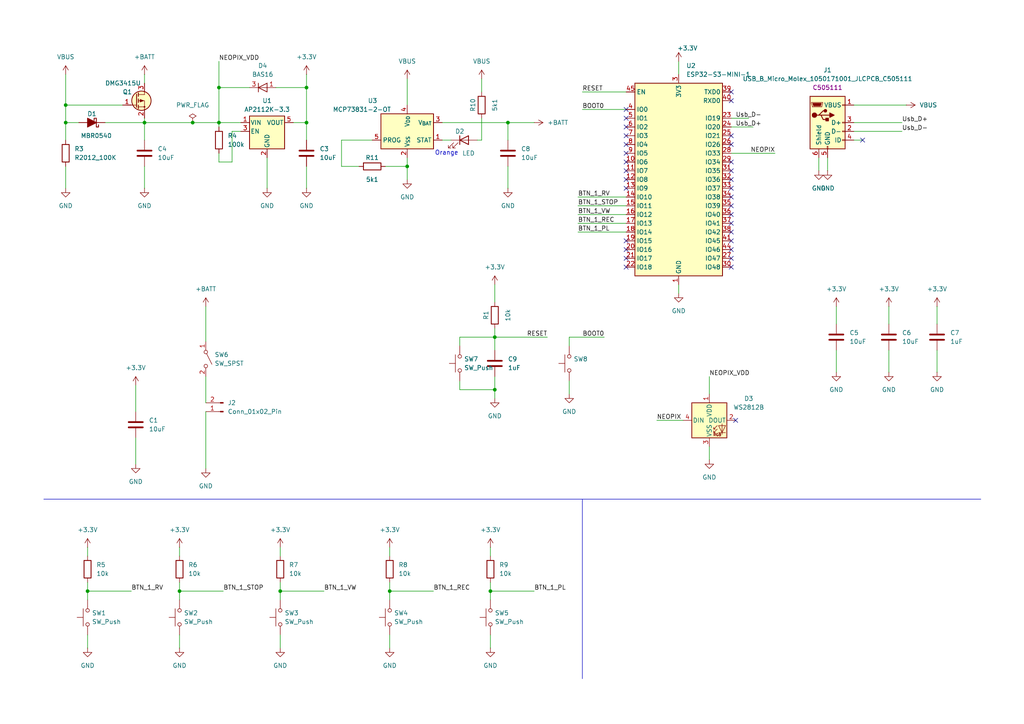
<source format=kicad_sch>
(kicad_sch (version 20231120) (generator "eeschema") (generator_version "8.0")
  (paper "A4")
  (title_block (title "Little_Helper") (date "2024-05-26") (rev "1"))
  (lib_symbols
    (symbol "Battery_Management:MCP73831-2-OT"
      (property "Reference" "U" (at -7.62 6.35 0))
      (property "Value" "MCP73831-2-OT" (at 1.27 6.35 0))
      (symbol "MCP73831-2-OT_0_1"
        (rectangle (start -7.62 5.08) (end 7.62 -5.08) (stroke (width 0.254)) (fill (type background)))
      )
      (symbol "MCP73831-2-OT_1_1"
        (pin tri_state line (at 10.16 -2.54 180) (length 2.54) (name "STAT") (number "1"))
        (pin power_in line (at 0 -7.62 90) (length 2.54) (name "V_{SS}") (number "2"))
        (pin power_out line (at 10.16 2.54 180) (length 2.54) (name "V_{BAT}") (number "3"))
        (pin power_in line (at 0 7.62 270) (length 2.54) (name "V_{DD}") (number "4"))
        (pin input line (at -10.16 -2.54 0) (length 2.54) (name "PROG") (number "5"))
      )
    )
    (symbol "Connector:Conn_01x02_Pin" (pin_names (offset 1.016) hide)
      (property "Reference" "J" (at 0 2.54 0))
      (property "Value" "Conn_01x02_Pin" (at 0 -5.08 0))
      (symbol "Conn_01x02_Pin_1_1"
        (polyline (pts (xy 1.27 -2.54) (xy 0.8636 -2.54)) (stroke (width 0.1524)))
        (polyline (pts (xy 1.27 0) (xy 0.8636 0)) (stroke (width 0.1524)))
        (rectangle (start 0.8636 -2.413) (end 0 -2.667) (stroke (width 0.1524)) (fill (type outline)))
        (rectangle (start 0.8636 0.127) (end 0 -0.127) (stroke (width 0.1524)) (fill (type outline)))
        (pin passive line (at 5.08 0 180) (length 3.81) (name "Pin_1") (number "1"))
        (pin passive line (at 5.08 -2.54 180) (length 3.81) (name "Pin_2") (number "2"))
      )
    )
    (symbol "Connector_USB_WOLKE:USB_B_Micro_Molex_1050171001_JLCPCB_C505111" (pin_names (offset 1.016))
      (property "Reference" "J" (at -5.08 11.43 0))
      (property "Value" "USB_B_Micro_Molex_1050171001_JLCPCB_C505111" (at -5.08 8.89 0))
      (property "LCSC Part #" "C505111" (at 0 0 0))
      (symbol "USB_B_Micro_Molex_1050171001_JLCPCB_C505111_0_1"
        (rectangle (start -5.08 7.62) (end 5.08 -7.62) (stroke (width 0.254)) (fill (type background)))
        (circle (center -3.81 2.159) (radius 0.635) (stroke (width 0.254)) (fill (type outline)))
        (circle (center -0.635 3.429) (radius 0.381) (stroke (width 0.254)) (fill (type outline)))
        (rectangle (start -0.127 -7.62) (end 0.127 -6.858))
        (polyline (pts (xy -1.905 2.159) (xy 0.635 2.159)) (stroke (width 0.254)))
        (polyline (pts (xy -3.175 2.159) (xy -2.54 2.159) (xy -1.27 3.429) (xy -0.635 3.429)) (stroke (width 0.254)))
        (polyline (pts (xy -2.54 2.159) (xy -1.905 2.159) (xy -1.27 0.889) (xy 0 0.889)) (stroke (width 0.254)))
        (polyline (pts (xy 0.635 2.794) (xy 0.635 1.524) (xy 1.905 2.159) (xy 0.635 2.794)) (stroke (width 0.254)) (fill (type outline)))
        (polyline (pts (xy -4.318 5.588) (xy -1.778 5.588) (xy -2.032 4.826) (xy -4.064 4.826) (xy -4.318 5.588)) (fill (type outline)))
        (polyline (pts (xy -4.699 5.842) (xy -4.699 5.588) (xy -4.445 4.826) (xy -4.445 4.572) (xy -1.651 4.572) (xy -1.651 4.826) (xy -1.397 5.588) (xy -1.397 5.842) (xy -4.699 5.842)))
        (rectangle (start 0.254 1.27) (end -0.508 0.508) (stroke (width 0.254)) (fill (type outline)))
        (rectangle (start 5.08 -5.207) (end 4.318 -4.953))
        (rectangle (start 5.08 -2.667) (end 4.318 -2.413))
        (rectangle (start 5.08 -0.127) (end 4.318 0.127))
        (rectangle (start 5.08 4.953) (end 4.318 5.207))
      )
      (symbol "USB_B_Micro_Molex_1050171001_JLCPCB_C505111_1_1"
        (pin power_out line (at 7.62 5.08 180) (length 2.54) (name "VBUS") (number "1"))
        (pin bidirectional line (at 7.62 -2.54 180) (length 2.54) (name "D-") (number "2"))
        (pin bidirectional line (at 7.62 0 180) (length 2.54) (name "D+") (number "3"))
        (pin passive line (at 7.62 -5.08 180) (length 2.54) (name "ID") (number "4"))
        (pin power_out line (at 0 -10.16 90) (length 2.54) (name "GND") (number "5"))
        (pin passive line (at -2.54 -10.16 90) (length 2.54) (name "Shield") (number "6"))
      )
    )
    (symbol "Device:LED" (pin_numbers hide) (pin_names (offset 1.016) hide)
      (property "Reference" "D" (at 0 2.54 0))
      (property "Value" "LED" (at 0 -2.54 0))
      (symbol "LED_0_1"
        (polyline (pts (xy -1.27 -1.27) (xy -1.27 1.27)) (stroke (width 0.254)))
        (polyline (pts (xy -1.27 0) (xy 1.27 0)))
        (polyline (pts (xy 1.27 -1.27) (xy 1.27 1.27) (xy -1.27 0) (xy 1.27 -1.27)) (stroke (width 0.254)))
        (polyline (pts (xy -3.048 -0.762) (xy -4.572 -2.286) (xy -3.81 -2.286) (xy -4.572 -2.286) (xy -4.572 -1.524)))
        (polyline (pts (xy -1.778 -0.762) (xy -3.302 -2.286) (xy -2.54 -2.286) (xy -3.302 -2.286) (xy -3.302 -1.524)))
      )
      (symbol "LED_1_1"
        (pin passive line (at -3.81 0 0) (length 2.54) (name "K") (number "1"))
        (pin passive line (at 3.81 0 180) (length 2.54) (name "A") (number "2"))
      )
    )
    (symbol "Device:R" (pin_numbers hide) (pin_names (offset 0))
      (property "Reference" "R" (at 2.032 0 90))
      (property "Value" "R" (at 0 0 90))
      (symbol "R_0_1"
        (rectangle (start -1.016 -2.54) (end 1.016 2.54) (stroke (width 0.254)))
      )
      (symbol "R_1_1"
        (pin passive line (at 0 3.81 270) (length 1.27) (name "~") (number "1"))
        (pin passive line (at 0 -3.81 90) (length 1.27) (name "~") (number "2"))
      )
    )
    (symbol "LED:WS2812B" (pin_names (offset 0.254))
      (property "Reference" "D" (at 5.08 5.715 0))
      (property "Value" "WS2812B" (at 1.27 -5.715 0))
      (symbol "WS2812B_0_0"
        (text "RGB" (at 2.286 -4.191 0) (effects (font (size 0.762 0.762))))
      )
      (symbol "WS2812B_0_1"
        (polyline (pts (xy 1.27 -3.556) (xy 1.778 -3.556)))
        (polyline (pts (xy 1.27 -2.54) (xy 1.778 -2.54)))
        (polyline (pts (xy 4.699 -3.556) (xy 2.667 -3.556)))
        (polyline (pts (xy 2.286 -2.54) (xy 1.27 -3.556) (xy 1.27 -3.048)))
        (polyline (pts (xy 2.286 -1.524) (xy 1.27 -2.54) (xy 1.27 -2.032)))
        (polyline (pts (xy 3.683 -1.016) (xy 3.683 -3.556) (xy 3.683 -4.064)))
        (polyline (pts (xy 4.699 -1.524) (xy 2.667 -1.524) (xy 3.683 -3.556) (xy 4.699 -1.524)))
        (rectangle (start 5.08 5.08) (end -5.08 -5.08) (stroke (width 0.254)) (fill (type background)))
      )
      (symbol "WS2812B_1_1"
        (pin power_in line (at 0 7.62 270) (length 2.54) (name "VDD") (number "1"))
        (pin output line (at 7.62 0 180) (length 2.54) (name "DOUT") (number "2"))
        (pin power_in line (at 0 -7.62 90) (length 2.54) (name "VSS") (number "3"))
        (pin input line (at -7.62 0 0) (length 2.54) (name "DIN") (number "4"))
      )
    )
    (symbol "PCM_Capacitor_AKL:C_0603" (pin_numbers hide) (pin_names (offset 0.254))
      (property "Reference" "C" (at 0.635 2.54 0))
      (property "Value" "C_0603" (at 0.635 -2.54 0))
      (symbol "C_0603_0_1"
        (polyline (pts (xy -2.032 -0.762) (xy 2.032 -0.762)) (stroke (width 0.508)))
        (polyline (pts (xy -2.032 0.762) (xy 2.032 0.762)) (stroke (width 0.508)))
      )
      (symbol "C_0603_1_1"
        (pin passive line (at 0 3.81 270) (length 2.794) (name "~") (number "1"))
        (pin passive line (at 0 -3.81 90) (length 2.794) (name "~") (number "2"))
      )
    )
    (symbol "PCM_Capacitor_US_AKL:C_0805" (pin_numbers hide) (pin_names (offset 0.254))
      (property "Reference" "C" (at 0.635 2.54 0))
      (property "Value" "C_0805" (at 0.635 -2.54 0))
      (symbol "C_0805_0_1"
        (polyline (pts (xy -2.032 -0.762) (xy 2.032 -0.762)) (stroke (width 0.508)))
        (polyline (pts (xy -2.032 0.762) (xy 2.032 0.762)) (stroke (width 0.508)))
      )
      (symbol "C_0805_1_1"
        (pin passive line (at 0 3.81 270) (length 2.794) (name "~") (number "1"))
        (pin passive line (at 0 -3.81 90) (length 2.794) (name "~") (number "2"))
      )
    )
    (symbol "PCM_Diode_Schottky_AKL:MBR0540" (pin_numbers hide) (pin_names (offset 1.016) hide)
      (property "Reference" "D" (at 0 5.08 0))
      (property "Value" "MBR0540" (at 0 2.54 0))
      (symbol "MBR0540_0_1"
        (polyline (pts (xy -1.27 0) (xy 1.27 0)))
        (polyline (pts (xy -1.27 -1.27) (xy -1.27 1.27) (xy 1.27 0) (xy -1.27 -1.27)) (stroke (width 0.254)) (fill (type outline)))
        (polyline (pts (xy 1.905 -0.635) (xy 1.905 -1.27) (xy 1.27 -1.27) (xy 1.27 1.27) (xy 0.635 1.27) (xy 0.635 0.635)) (stroke (width 0.254)))
      )
      (symbol "MBR0540_1_1"
        (pin passive line (at 3.81 0 180) (length 2.54) (name "K") (number "1"))
        (pin passive line (at -3.81 0 0) (length 2.54) (name "A") (number "2"))
      )
    )
    (symbol "PCM_Transistor_MOSFET_AKL:DMG3415U" (pin_names hide)
      (property "Reference" "Q" (at 5.08 1.27 0))
      (property "Value" "DMG3415U" (at 5.08 -1.27 0))
      (symbol "DMG3415U_0_1"
        (polyline (pts (xy 0.254 -1.905) (xy 0.254 1.905)) (stroke (width 0.254)))
        (polyline (pts (xy 0.254 1.27) (xy -2.54 1.27)))
        (polyline (pts (xy 0.762 -2.286) (xy 0.762 -1.27)) (stroke (width 0.254)))
        (polyline (pts (xy 0.762 -1.778) (xy 2.54 -1.778)))
        (polyline (pts (xy 0.762 -0.508) (xy 0.762 0.508)) (stroke (width 0.254)))
        (polyline (pts (xy 0.762 1.27) (xy 0.762 2.286)) (stroke (width 0.254)))
        (polyline (pts (xy 0.762 1.778) (xy 2.54 1.778)))
        (polyline (pts (xy 2.54 -2.54) (xy 2.54 -1.778)))
        (polyline (pts (xy 2.54 2.54) (xy 2.54 0) (xy 0.762 0)))
        (polyline (pts (xy 2.286 0) (xy 1.27 -0.381) (xy 1.27 0.381) (xy 2.286 0)) (fill (type outline)))
      )
      (symbol "DMG3415U_1_1"
        (circle (center 1.651 0) (radius 2.794) (stroke (width 0.254)) (fill (type background)))
        (circle (center 2.54 1.778) (radius 0.1778) (fill (type outline)))
        (pin input line (at -3.81 1.27 0) (length 2.54) (name "G") (number "1"))
        (pin passive line (at 2.54 5.08 270) (length 2.54) (name "S") (number "2"))
        (pin passive line (at 2.54 -5.08 90) (length 2.54) (name "D") (number "3"))
      )
    )
    (symbol "RF_Module:ESP32-S3-MINI-1"
      (property "Reference" "U" (at -11.43 29.21 0))
      (property "Value" "ESP32-S3-MINI-1" (at 12.7 29.21 0))
      (symbol "ESP32-S3-MINI-1_0_1"
        (rectangle (start -12.7 27.94) (end 12.7 -27.94) (stroke (width 0.254)) (fill (type background)))
      )
      (symbol "ESP32-S3-MINI-1_1_1"
        (pin power_in line (at 0 -30.48 90) (length 2.54) (name "GND") (number "1"))
        (pin bidirectional line (at -15.24 5.08 0) (length 2.54) (name "IO6") (number "10"))
        (pin bidirectional line (at -15.24 2.54 0) (length 2.54) (name "IO7") (number "11"))
        (pin bidirectional line (at -15.24 0 0) (length 2.54) (name "IO8") (number "12"))
        (pin bidirectional line (at -15.24 -2.54 0) (length 2.54) (name "IO9") (number "13"))
        (pin bidirectional line (at -15.24 -5.08 0) (length 2.54) (name "IO10") (number "14"))
        (pin bidirectional line (at -15.24 -7.62 0) (length 2.54) (name "IO11") (number "15"))
        (pin bidirectional line (at -15.24 -10.16 0) (length 2.54) (name "IO12") (number "16"))
        (pin bidirectional line (at -15.24 -12.7 0) (length 2.54) (name "IO13") (number "17"))
        (pin bidirectional line (at -15.24 -15.24 0) (length 2.54) (name "IO14") (number "18"))
        (pin bidirectional line (at -15.24 -17.78 0) (length 2.54) (name "IO15") (number "19"))
        (pin passive line (at 0 -30.48 90) (length 2.54) hide (name "GND") (number "2"))
        (pin bidirectional line (at -15.24 -20.32 0) (length 2.54) (name "IO16") (number "20"))
        (pin bidirectional line (at -15.24 -22.86 0) (length 2.54) (name "IO17") (number "21"))
        (pin bidirectional line (at -15.24 -25.4 0) (length 2.54) (name "IO18") (number "22"))
        (pin bidirectional line (at 15.24 17.78 180) (length 2.54) (name "IO19") (number "23"))
        (pin bidirectional line (at 15.24 15.24 180) (length 2.54) (name "IO20") (number "24"))
        (pin bidirectional line (at 15.24 12.7 180) (length 2.54) (name "IO21") (number "25"))
        (pin bidirectional line (at 15.24 10.16 180) (length 2.54) (name "IO26") (number "26"))
        (pin bidirectional line (at 15.24 -22.86 180) (length 2.54) (name "IO47") (number "27"))
        (pin bidirectional line (at 15.24 7.62 180) (length 2.54) (name "IO33") (number "28"))
        (pin bidirectional line (at 15.24 5.08 180) (length 2.54) (name "IO34") (number "29"))
        (pin power_in line (at 0 30.48 270) (length 2.54) (name "3V3") (number "3"))
        (pin bidirectional line (at 15.24 -25.4 180) (length 2.54) (name "IO48") (number "30"))
        (pin bidirectional line (at 15.24 2.54 180) (length 2.54) (name "IO35") (number "31"))
        (pin bidirectional line (at 15.24 0 180) (length 2.54) (name "IO36") (number "32"))
        (pin bidirectional line (at 15.24 -2.54 180) (length 2.54) (name "IO37") (number "33"))
        (pin bidirectional line (at 15.24 -5.08 180) (length 2.54) (name "IO38") (number "34"))
        (pin bidirectional line (at 15.24 -7.62 180) (length 2.54) (name "IO39") (number "35"))
        (pin bidirectional line (at 15.24 -10.16 180) (length 2.54) (name "IO40") (number "36"))
        (pin bidirectional line (at 15.24 -12.7 180) (length 2.54) (name "IO41") (number "37"))
        (pin bidirectional line (at 15.24 -15.24 180) (length 2.54) (name "IO42") (number "38"))
        (pin bidirectional line (at 15.24 25.4 180) (length 2.54) (name "TXD0") (number "39"))
        (pin bidirectional line (at -15.24 20.32 0) (length 2.54) (name "IO0") (number "4"))
        (pin bidirectional line (at 15.24 22.86 180) (length 2.54) (name "RXD0") (number "40"))
        (pin bidirectional line (at 15.24 -17.78 180) (length 2.54) (name "IO45") (number "41"))
        (pin passive line (at 0 -30.48 90) (length 2.54) hide (name "GND") (number "42"))
        (pin passive line (at 0 -30.48 90) (length 2.54) hide (name "GND") (number "43"))
        (pin bidirectional line (at 15.24 -20.32 180) (length 2.54) (name "IO46") (number "44"))
        (pin input line (at -15.24 25.4 0) (length 2.54) (name "EN") (number "45"))
        (pin passive line (at 0 -30.48 90) (length 2.54) hide (name "GND") (number "46"))
        (pin passive line (at 0 -30.48 90) (length 2.54) hide (name "GND") (number "47"))
        (pin passive line (at 0 -30.48 90) (length 2.54) hide (name "GND") (number "48"))
        (pin passive line (at 0 -30.48 90) (length 2.54) hide (name "GND") (number "49"))
        (pin bidirectional line (at -15.24 17.78 0) (length 2.54) (name "IO1") (number "5"))
        (pin passive line (at 0 -30.48 90) (length 2.54) hide (name "GND") (number "50"))
        (pin passive line (at 0 -30.48 90) (length 2.54) hide (name "GND") (number "51"))
        (pin passive line (at 0 -30.48 90) (length 2.54) hide (name "GND") (number "52"))
        (pin passive line (at 0 -30.48 90) (length 2.54) hide (name "GND") (number "53"))
        (pin passive line (at 0 -30.48 90) (length 2.54) hide (name "GND") (number "54"))
        (pin passive line (at 0 -30.48 90) (length 2.54) hide (name "GND") (number "55"))
        (pin passive line (at 0 -30.48 90) (length 2.54) hide (name "GND") (number "56"))
        (pin passive line (at 0 -30.48 90) (length 2.54) hide (name "GND") (number "57"))
        (pin passive line (at 0 -30.48 90) (length 2.54) hide (name "GND") (number "58"))
        (pin passive line (at 0 -30.48 90) (length 2.54) hide (name "GND") (number "59"))
        (pin bidirectional line (at -15.24 15.24 0) (length 2.54) (name "IO2") (number "6"))
        (pin passive line (at 0 -30.48 90) (length 2.54) hide (name "GND") (number "60"))
        (pin passive line (at 0 -30.48 90) (length 2.54) hide (name "GND") (number "61"))
        (pin passive line (at 0 -30.48 90) (length 2.54) hide (name "GND") (number "62"))
        (pin passive line (at 0 -30.48 90) (length 2.54) hide (name "GND") (number "63"))
        (pin passive line (at 0 -30.48 90) (length 2.54) hide (name "GND") (number "64"))
        (pin passive line (at 0 -30.48 90) (length 2.54) hide (name "GND") (number "65"))
        (pin bidirectional line (at -15.24 12.7 0) (length 2.54) (name "IO3") (number "7"))
        (pin bidirectional line (at -15.24 10.16 0) (length 2.54) (name "IO4") (number "8"))
        (pin bidirectional line (at -15.24 7.62 0) (length 2.54) (name "IO5") (number "9"))
      )
    )
    (symbol "Regulator_Linear:AP2112K-3.3" (pin_names (offset 0.254))
      (property "Reference" "U" (at -5.08 5.715 0))
      (property "Value" "AP2112K-3.3" (at 0 5.715 0))
      (symbol "AP2112K-3.3_0_1"
        (rectangle (start -5.08 4.445) (end 5.08 -5.08) (stroke (width 0.254)) (fill (type background)))
      )
      (symbol "AP2112K-3.3_1_1"
        (pin power_in line (at -7.62 2.54 0) (length 2.54) (name "VIN") (number "1"))
        (pin power_in line (at 0 -7.62 90) (length 2.54) (name "GND") (number "2"))
        (pin input line (at -7.62 0 0) (length 2.54) (name "EN") (number "3"))
        (pin no_connect line (at 5.08 0 180) (length 2.54) hide (name "NC") (number "4"))
        (pin power_out line (at 7.62 2.54 180) (length 2.54) (name "VOUT") (number "5"))
      )
    )
    (symbol "Switch:SW_Push" (pin_numbers hide) (pin_names (offset 1.016) hide)
      (property "Reference" "SW" (at 1.27 2.54 0))
      (property "Value" "SW_Push" (at 0 -1.524 0))
      (symbol "SW_Push_0_1"
        (circle (center -2.032 0) (radius 0.508))
        (polyline (pts (xy 0 1.27) (xy 0 3.048)))
        (polyline (pts (xy 2.54 1.27) (xy -2.54 1.27)))
        (circle (center 2.032 0) (radius 0.508))
        (pin passive line (at -5.08 0 0) (length 2.54) (name "1") (number "1"))
        (pin passive line (at 5.08 0 180) (length 2.54) (name "2") (number "2"))
      )
    )
    (symbol "Switch:SW_SPST" (pin_names (offset 0) hide)
      (property "Reference" "SW" (at 0 3.175 0))
      (property "Value" "SW_SPST" (at 0 -2.54 0))
      (symbol "SW_SPST_0_0"
        (circle (center -2.032 0) (radius 0.508))
        (polyline (pts (xy -1.524 0.254) (xy 1.524 1.778)))
        (circle (center 2.032 0) (radius 0.508))
      )
      (symbol "SW_SPST_1_1"
        (pin passive line (at -5.08 0 0) (length 2.54) (name "A") (number "1"))
        (pin passive line (at 5.08 0 180) (length 2.54) (name "B") (number "2"))
      )
    )
    (symbol "ba_diode:BAS16" (pin_names (offset 1.016) hide)
      (property "Reference" "D" (at 0 2.54 0))
      (property "Value" "BAS16" (at 0 -2.54 0))
      (symbol "BAS16_0_1"
        (polyline (pts (xy -1.27 1.27) (xy -1.27 -1.27)) (stroke (width 0.2032)))
        (polyline (pts (xy 1.27 0) (xy -1.27 0)))
        (polyline (pts (xy 1.27 1.27) (xy 1.27 -1.27) (xy -1.27 0) (xy 1.27 1.27)) (stroke (width 0.2032)))
      )
      (symbol "BAS16_1_1"
        (pin passive line (at 3.81 0 180) (length 2.54) (name "A") (number "1"))
        (pin passive line (at -3.81 0 0) (length 2.54) (name "K") (number "3"))
      )
    )
    (symbol "ba_res2012:R2012_100K" (pin_numbers hide) (pin_names (offset 0))
      (property "Reference" "R" (at -2.54 0 90))
      (property "Value" "R2012_100K" (at 2.54 0 90))
      (symbol "R2012_100K_0_1"
        (rectangle (start -1.016 -2.54) (end 1.016 2.54) (stroke (width 0.254)))
      )
      (symbol "R2012_100K_1_1"
        (pin passive line (at 0 3.81 270) (length 1.27) (name "~") (number "1"))
        (pin passive line (at 0 -3.81 90) (length 1.27) (name "~") (number "2"))
      )
    )
    (symbol "power:+3.3V" (power) (pin_numbers hide) (pin_names (offset 0) hide)
      (property "Value" "+3.3V" (at 0 3.556 0))
      (symbol "+3.3V_0_1"
        (polyline (pts (xy -0.762 1.27) (xy 0 2.54)))
        (polyline (pts (xy 0 0) (xy 0 2.54)))
        (polyline (pts (xy 0 2.54) (xy 0.762 1.27)))
      )
      (symbol "+3.3V_1_1"
        (pin power_in line (at 0 0 90) (length 0) (name "~") (number "1"))
      )
    )
    (symbol "power:+BATT" (power) (pin_numbers hide) (pin_names (offset 0) hide)
      (property "Value" "+BATT" (at 0 3.556 0))
      (symbol "+BATT_0_1"
        (polyline (pts (xy -0.762 1.27) (xy 0 2.54)))
        (polyline (pts (xy 0 0) (xy 0 2.54)))
        (polyline (pts (xy 0 2.54) (xy 0.762 1.27)))
      )
      (symbol "+BATT_1_1"
        (pin power_in line (at 0 0 90) (length 0) (name "~") (number "1"))
      )
    )
    (symbol "power:GND" (power) (pin_numbers hide) (pin_names (offset 0) hide)
      (property "Value" "GND" (at 0 -3.81 0))
      (symbol "GND_0_1"
        (polyline (pts (xy 0 0) (xy 0 -1.27) (xy 1.27 -1.27) (xy 0 -2.54) (xy -1.27 -1.27) (xy 0 -1.27)))
      )
      (symbol "GND_1_1"
        (pin power_in line (at 0 0 270) (length 0) (name "~") (number "1"))
      )
    )
    (symbol "power:PWR_FLAG" (power) (pin_numbers hide) (pin_names (offset 0) hide)
      (property "Value" "PWR_FLAG" (at 0 3.81 0))
      (symbol "PWR_FLAG_0_0"
        (pin power_out line (at 0 0 90) (length 0) (name "~") (number "1"))
      )
      (symbol "PWR_FLAG_0_1"
        (polyline (pts (xy 0 0) (xy 0 1.27) (xy -1.016 1.905) (xy 0 2.54) (xy 1.016 1.905) (xy 0 1.27)))
      )
    )
    (symbol "power:VBUS" (power) (pin_numbers hide) (pin_names (offset 0) hide)
      (property "Value" "VBUS" (at 0 3.556 0))
      (symbol "VBUS_0_1"
        (polyline (pts (xy -0.762 1.27) (xy 0 2.54)))
        (polyline (pts (xy 0 0) (xy 0 2.54)))
        (polyline (pts (xy 0 2.54) (xy 0.762 1.27)))
      )
      (symbol "VBUS_1_1"
        (pin power_in line (at 0 0 90) (length 0) (name "~") (number "1"))
      )
    )
  )
  (junction (at 81.28 171.45))
  (junction (at 143.51 113.03))
  (junction (at 113.03 171.45))
  (junction (at 52.07 171.45))
  (junction (at 19.05 30.48))
  (junction (at 25.4 171.45))
  (junction (at 55.88 35.56))
  (junction (at 118.11 48.26))
  (junction (at 19.05 35.56))
  (junction (at 143.51 97.79))
  (junction (at 147.32 35.56))
  (junction (at 88.9 35.56))
  (junction (at 88.9 25.4))
  (junction (at 142.24 171.45))
  (junction (at 63.5 35.56))
  (junction (at 63.5 25.4))
  (junction (at 41.91 35.56))
  (no_connect (at 181.61 44.45))
  (no_connect (at 212.09 57.15))
  (no_connect (at 212.09 67.31))
  (no_connect (at 212.09 77.47))
  (no_connect (at 181.61 49.53))
  (no_connect (at 213.36 121.92))
  (no_connect (at 181.61 77.47))
  (no_connect (at 181.61 39.37))
  (no_connect (at 181.61 36.83))
  (no_connect (at 181.61 34.29))
  (no_connect (at 212.09 64.77))
  (no_connect (at 212.09 74.93))
  (no_connect (at 181.61 74.93))
  (no_connect (at 212.09 69.85))
  (no_connect (at 250.19 40.64))
  (no_connect (at 212.09 54.61))
  (no_connect (at 212.09 46.99))
  (no_connect (at 212.09 72.39))
  (no_connect (at 181.61 54.61))
  (no_connect (at 212.09 52.07))
  (no_connect (at 181.61 72.39))
  (no_connect (at 181.61 52.07))
  (no_connect (at 181.61 46.99))
  (no_connect (at 181.61 31.75))
  (no_connect (at 212.09 49.53))
  (no_connect (at 212.09 26.67))
  (no_connect (at 212.09 62.23))
  (no_connect (at 212.09 29.21))
  (no_connect (at 181.61 41.91))
  (no_connect (at 212.09 41.91))
  (no_connect (at 212.09 59.69))
  (no_connect (at 181.61 69.85))
  (no_connect (at 212.09 39.37))
  (wire (pts (xy 39.37 127) (xy 39.37 134.62)))
  (wire (pts (xy 128.27 40.64) (xy 130.81 40.64)))
  (wire (pts (xy 113.03 161.29) (xy 113.03 158.75)))
  (wire (pts (xy 165.1 97.79) (xy 175.26 97.79)))
  (wire (pts (xy 133.35 97.79) (xy 133.35 100.33)))
  (wire (pts (xy 59.69 109.22) (xy 59.69 116.84)))
  (wire (pts (xy 19.05 21.59) (xy 19.05 30.48)))
  (wire (pts (xy 143.51 97.79) (xy 143.51 101.6)))
  (wire (pts (xy 167.64 57.15) (xy 181.61 57.15)))
  (wire (pts (xy 212.09 44.45) (xy 224.79 44.45)))
  (wire (pts (xy 113.03 168.91) (xy 113.03 171.45)))
  (wire (pts (xy 271.78 101.6) (xy 271.78 107.95)))
  (wire (pts (xy 118.11 22.86) (xy 118.11 30.48)))
  (wire (pts (xy 52.07 161.29) (xy 52.07 158.75)))
  (wire (pts (xy 88.9 35.56) (xy 88.9 40.64)))
  (wire (pts (xy 165.1 100.33) (xy 165.1 97.79)))
  (wire (pts (xy 143.51 97.79) (xy 133.35 97.79)))
  (wire (pts (xy 142.24 171.45) (xy 142.24 173.99)))
  (wire (pts (xy 41.91 21.59) (xy 41.91 24.13)))
  (wire (pts (xy 63.5 46.99) (xy 67.31 46.99)))
  (wire (pts (xy 63.5 44.45) (xy 63.5 46.99)))
  (wire (pts (xy 81.28 161.29) (xy 81.28 158.75)))
  (wire (pts (xy 147.32 35.56) (xy 154.94 35.56)))
  (wire (pts (xy 118.11 48.26) (xy 118.11 52.07)))
  (wire (pts (xy 167.64 62.23) (xy 181.61 62.23)))
  (wire (pts (xy 52.07 168.91) (xy 52.07 171.45)))
  (wire (pts (xy 242.57 88.9) (xy 242.57 93.98)))
  (wire (pts (xy 142.24 161.29) (xy 142.24 158.75)))
  (wire (pts (xy 143.51 95.25) (xy 143.51 97.79)))
  (wire (pts (xy 247.65 40.64) (xy 250.19 40.64)))
  (wire (pts (xy 30.48 35.56) (xy 41.91 35.56)))
  (wire (pts (xy 41.91 48.26) (xy 41.91 54.61)))
  (wire (pts (xy 99.06 48.26) (xy 104.14 48.26)))
  (wire (pts (xy 118.11 45.72) (xy 118.11 48.26)))
  (wire (pts (xy 143.51 113.03) (xy 143.51 115.57)))
  (wire (pts (xy 190.5 121.92) (xy 198.12 121.92)))
  (wire (pts (xy 19.05 30.48) (xy 19.05 35.56)))
  (wire (pts (xy 77.47 45.72) (xy 77.47 54.61)))
  (wire (pts (xy 19.05 35.56) (xy 19.05 40.64)))
  (wire (pts (xy 55.88 35.56) (xy 63.5 35.56)))
  (wire (pts (xy 81.28 168.91) (xy 81.28 171.45)))
  (wire (pts (xy 111.76 48.26) (xy 118.11 48.26)))
  (wire (pts (xy 88.9 35.56) (xy 88.9 25.4)))
  (wire (pts (xy 168.91 31.75) (xy 181.61 31.75)))
  (wire (pts (xy 52.07 171.45) (xy 64.77 171.45)))
  (wire (pts (xy 143.51 97.79) (xy 158.75 97.79)))
  (wire (pts (xy 25.4 187.96) (xy 25.4 184.15)))
  (wire (pts (xy 88.9 25.4) (xy 88.9 21.59)))
  (wire (pts (xy 240.03 45.72) (xy 240.03 49.53)))
  (wire (pts (xy 63.5 17.78) (xy 63.5 25.4)))
  (wire (pts (xy 99.06 40.64) (xy 99.06 48.26)))
  (polyline (pts (xy 168.91 144.78) (xy 168.91 196.85)))
  (wire (pts (xy 257.81 88.9) (xy 257.81 93.98)))
  (wire (pts (xy 81.28 187.96) (xy 81.28 184.15)))
  (wire (pts (xy 19.05 35.56) (xy 22.86 35.56)))
  (wire (pts (xy 52.07 171.45) (xy 52.07 173.99)))
  (wire (pts (xy 63.5 35.56) (xy 63.5 36.83)))
  (wire (pts (xy 196.85 85.09) (xy 196.85 82.55)))
  (wire (pts (xy 85.09 35.56) (xy 88.9 35.56)))
  (wire (pts (xy 67.31 46.99) (xy 67.31 38.1)))
  (wire (pts (xy 80.01 25.4) (xy 88.9 25.4)))
  (wire (pts (xy 196.85 17.78) (xy 196.85 21.59)))
  (wire (pts (xy 113.03 187.96) (xy 113.03 184.15)))
  (wire (pts (xy 63.5 35.56) (xy 69.85 35.56)))
  (wire (pts (xy 52.07 187.96) (xy 52.07 184.15)))
  (wire (pts (xy 25.4 168.91) (xy 25.4 171.45)))
  (wire (pts (xy 41.91 35.56) (xy 41.91 34.29)))
  (wire (pts (xy 262.89 30.48) (xy 247.65 30.48)))
  (wire (pts (xy 142.24 168.91) (xy 142.24 171.45)))
  (wire (pts (xy 139.7 40.64) (xy 139.7 34.29)))
  (wire (pts (xy 142.24 187.96) (xy 142.24 184.15)))
  (wire (pts (xy 81.28 171.45) (xy 93.98 171.45)))
  (wire (pts (xy 107.95 40.64) (xy 99.06 40.64)))
  (wire (pts (xy 128.27 35.56) (xy 147.32 35.56)))
  (wire (pts (xy 247.65 35.56) (xy 261.62 35.56)))
  (polyline (pts (xy 12.7 144.78) (xy 284.48 144.78)))
  (wire (pts (xy 167.64 67.31) (xy 181.61 67.31)))
  (wire (pts (xy 212.09 36.83) (xy 218.44 36.83)))
  (wire (pts (xy 133.35 110.49) (xy 133.35 113.03)))
  (wire (pts (xy 147.32 35.56) (xy 147.32 40.64)))
  (wire (pts (xy 41.91 35.56) (xy 41.91 40.64)))
  (wire (pts (xy 59.69 88.9) (xy 59.69 99.06)))
  (wire (pts (xy 271.78 88.9) (xy 271.78 93.98)))
  (wire (pts (xy 59.69 119.38) (xy 59.69 135.89)))
  (wire (pts (xy 147.32 48.26) (xy 147.32 54.61)))
  (wire (pts (xy 205.74 129.54) (xy 205.74 133.35)))
  (wire (pts (xy 25.4 171.45) (xy 25.4 173.99)))
  (wire (pts (xy 39.37 111.76) (xy 39.37 119.38)))
  (wire (pts (xy 81.28 171.45) (xy 81.28 173.99)))
  (wire (pts (xy 167.64 59.69) (xy 181.61 59.69)))
  (wire (pts (xy 139.7 40.64) (xy 138.43 40.64)))
  (wire (pts (xy 25.4 161.29) (xy 25.4 158.75)))
  (wire (pts (xy 19.05 30.48) (xy 35.56 30.48)))
  (wire (pts (xy 143.51 82.55) (xy 143.51 87.63)))
  (wire (pts (xy 168.91 26.67) (xy 181.61 26.67)))
  (wire (pts (xy 242.57 101.6) (xy 242.57 107.95)))
  (wire (pts (xy 167.64 64.77) (xy 181.61 64.77)))
  (wire (pts (xy 63.5 25.4) (xy 72.39 25.4)))
  (wire (pts (xy 165.1 110.49) (xy 165.1 114.3)))
  (wire (pts (xy 63.5 25.4) (xy 63.5 35.56)))
  (wire (pts (xy 139.7 22.86) (xy 139.7 26.67)))
  (wire (pts (xy 237.49 45.72) (xy 237.49 49.53)))
  (wire (pts (xy 67.31 38.1) (xy 69.85 38.1)))
  (wire (pts (xy 143.51 109.22) (xy 143.51 113.03)))
  (wire (pts (xy 113.03 171.45) (xy 113.03 173.99)))
  (wire (pts (xy 25.4 171.45) (xy 38.1 171.45)))
  (wire (pts (xy 88.9 48.26) (xy 88.9 54.61)))
  (wire (pts (xy 142.24 171.45) (xy 154.94 171.45)))
  (wire (pts (xy 205.74 109.22) (xy 205.74 114.3)))
  (wire (pts (xy 19.05 48.26) (xy 19.05 54.61)))
  (wire (pts (xy 41.91 35.56) (xy 55.88 35.56)))
  (wire (pts (xy 212.09 34.29) (xy 217.17 34.29)))
  (wire (pts (xy 133.35 113.03) (xy 143.51 113.03)))
  (wire (pts (xy 113.03 171.45) (xy 125.73 171.45)))
  (wire (pts (xy 247.65 38.1) (xy 261.62 38.1)))
  (wire (pts (xy 257.81 101.6) (xy 257.81 107.95)))
  (text "Orange\n" (at 129.54 44.45 0) (effects (font (size 1.27 1.27))))
  (label "Usb_D-" (at 213.36 34.29 0))
  (label "NEOPIX_VDD" (at 205.74 109.22 0))
  (label "NEOPIX" (at 190.5 121.92 0))
  (label "BTN_1_REC" (at 167.64 64.77 0))
  (label "BTN_1_STOP" (at 167.64 59.69 0))
  (label "BTN_1_VW" (at 93.98 171.45 0))
  (label "RESET" (at 158.75 97.79 180))
  (label "BTN_1_STOP" (at 64.77 171.45 0))
  (label "BTN_1_RV" (at 167.64 57.15 0))
  (label "Usb_D-" (at 261.62 38.1 0))
  (label "BTN_1_VW" (at 167.64 62.23 0))
  (label "NEOPIX_VDD" (at 63.5 17.78 0))
  (label "BOOT0" (at 168.91 31.75 0))
  (label "BTN_1_RV" (at 38.1 171.45 0))
  (label "BTN_1_PL" (at 167.64 67.31 0))
  (label "RESET" (at 168.91 26.67 0))
  (label "BOOT0" (at 175.26 97.79 180))
  (label "Usb_D+" (at 213.36 36.83 0))
  (label "Usb_D+" (at 261.62 35.56 0))
  (label "BTN_1_PL" (at 154.94 171.45 0))
  (label "NEOPIX" (at 224.79 44.45 180))
  (label "BTN_1_REC" (at 125.73 171.45 0))
  (symbol (lib_id "PCM_Capacitor_AKL:C_0603") (at 271.78 97.79 0) (unit 1)
    (property "Reference" "C7" (at 275.59 96.5199 0) (effects (justify left)))
    (property "Value" "1uF" (at 275.59 99.0599 0) (effects (justify left)))
    (property "Footprint" "Capacitor_SMD:C_0603_1608Metric" (effects (hide yes)))
    (property "Description" "SMD 0603 MLCC capacitor, Alternate KiCad Library" (effects (hide yes)))
    (property "LCSC" "C1592" (effects (hide yes)))
  )
  (symbol (lib_id "power:GND") (at 196.85 85.09 0) (unit 1)
    (property "Reference" "#PWR019" (effects (hide yes)))
    (property "Value" "GND" (at 196.85 90.17 0))
    (property "Description" "Power symbol creates a global label with name \"GND\" , ground" (effects (hide yes)))
  )
  (symbol (lib_id "power:GND") (at 240.03 49.53 0) (unit 1)
    (property "Reference" "#PWR018" (effects (hide yes)))
    (property "Value" "GND" (at 240.03 54.61 0))
    (property "Description" "Power symbol creates a global label with name \"GND\" , ground" (effects (hide yes)))
  )
  (symbol (lib_id "power:GND") (at 147.32 54.61 0) (unit 1)
    (property "Reference" "#PWR041" (effects (hide yes)))
    (property "Value" "GND" (at 147.32 59.69 0))
    (property "Description" "Power symbol creates a global label with name \"GND\" , ground" (effects (hide yes)))
  )
  (symbol (lib_id "power:+3.3V") (at 113.03 158.75 0) (unit 1)
    (property "Reference" "#PWR023" (effects (hide yes)))
    (property "Value" "+3.3V" (at 113.03 153.67 0))
    (property "Description" "Power symbol creates a global label with name \"+3.3V\"" (effects (hide yes)))
  )
  (symbol (lib_id "Switch:SW_Push") (at 113.03 179.07 90) (unit 1)
    (property "Reference" "SW4" (at 114.3 177.7999 90) (effects (justify right)))
    (property "Value" "SW_Push" (at 114.3 180.3399 90) (effects (justify right)))
    (property "Footprint" "Button_Switch_THT:SW_PUSH_6mm_H5mm" (effects (hide yes)))
    (property "Description" "Push button switch, generic, two pins" (effects (hide yes)))
  )
  (symbol (lib_id "power:+BATT") (at 154.94 35.56 270) (unit 1)
    (property "Reference" "#PWR038" (effects (hide yes)))
    (property "Value" "+BATT" (at 158.75 35.5599 90) (effects (justify left)))
    (property "Description" "Power symbol creates a global label with name \"+BATT\"" (effects (hide yes)))
  )
  (symbol (lib_id "Switch:SW_Push") (at 133.35 105.41 90) (unit 1)
    (property "Reference" "SW7" (at 134.62 104.1399 90) (effects (justify right)))
    (property "Value" "SW_Push" (at 134.62 106.6799 90) (effects (justify right)))
    (property "Footprint" "Button_Switch_SMD:SW_Push_SPST_NO_Alps_SKRK" (effects (hide yes)))
    (property "Description" "Push button switch, generic, two pins" (effects (hide yes)))
  )
  (symbol (lib_id "power:GND") (at 77.47 54.61 0) (unit 1)
    (property "Reference" "#PWR011" (effects (hide yes)))
    (property "Value" "GND" (at 77.47 59.69 0))
    (property "Description" "Power symbol creates a global label with name \"GND\" , ground" (effects (hide yes)))
  )
  (symbol (lib_id "ba_res2012:R2012_100K") (at 19.05 44.45 0) (unit 1)
    (property "Reference" "R3" (at 21.59 43.1799 0) (effects (justify left)))
    (property "Value" "R2012_100K" (at 21.59 45.7199 0) (effects (justify left)))
    (property "Footprint" "ba_res:r2012" (effects (hide yes)))
    (property "Datasheet" "https://www.vishay.com/docs/20035/dcrcwe3.pdf" (effects (hide yes)))
    (property "Description" "Resistor SMT 2012 1% 0.125W" (effects (hide yes)))
    (property "S1PN" "RL0805K100-1" (effects (hide yes)))
    (property "MPN" "CRCW0805100KFKTABC" (effects (hide yes)))
    (property "S2N" "Mouser" (effects (hide yes)))
    (property "N_A" "N" (effects (hide yes)))
    (property "S1N" "Schukat" (effects (hide yes)))
    (property "MN" "VISHAY" (effects (hide yes)))
    (property "LCSC" "C149504" (effects (hide yes)))
  )
  (symbol (lib_id "power:+3.3V") (at 52.07 158.75 0) (unit 1)
    (property "Reference" "#PWR021" (effects (hide yes)))
    (property "Value" "+3.3V" (at 52.07 153.67 0))
    (property "Description" "Power symbol creates a global label with name \"+3.3V\"" (effects (hide yes)))
  )
  (symbol (lib_id "power:GND") (at 39.37 134.62 0) (unit 1)
    (property "Reference" "#PWR013" (effects (hide yes)))
    (property "Value" "GND" (at 39.37 139.7 0))
    (property "Description" "Power symbol creates a global label with name \"GND\" , ground" (effects (hide yes)))
  )
  (symbol (lib_id "Switch:SW_Push") (at 25.4 179.07 90) (unit 1)
    (property "Reference" "SW1" (at 26.67 177.7999 90) (effects (justify right)))
    (property "Value" "SW_Push" (at 26.67 180.3399 90) (effects (justify right)))
    (property "Footprint" "Button_Switch_THT:SW_PUSH_6mm_H5mm" (effects (hide yes)))
    (property "Description" "Push button switch, generic, two pins" (effects (hide yes)))
  )
  (symbol (lib_id "power:GND") (at 19.05 54.61 0) (unit 1)
    (property "Reference" "#PWR010" (effects (hide yes)))
    (property "Value" "GND" (at 19.05 59.69 0))
    (property "Description" "Power symbol creates a global label with name \"GND\" , ground" (effects (hide yes)))
  )
  (symbol (lib_id "Switch:SW_Push") (at 81.28 179.07 90) (unit 1)
    (property "Reference" "SW3" (at 82.55 177.7999 90) (effects (justify right)))
    (property "Value" "SW_Push" (at 82.55 180.3399 90) (effects (justify right)))
    (property "Footprint" "Button_Switch_THT:SW_PUSH_6mm_H5mm" (effects (hide yes)))
    (property "Description" "Push button switch, generic, two pins" (effects (hide yes)))
  )
  (symbol (lib_id "power:+3.3V") (at 25.4 158.75 0) (unit 1)
    (property "Reference" "#PWR020" (effects (hide yes)))
    (property "Value" "+3.3V" (at 25.4 153.67 0))
    (property "Description" "Power symbol creates a global label with name \"+3.3V\"" (effects (hide yes)))
  )
  (symbol (lib_id "power:GND") (at 25.4 187.96 0) (unit 1)
    (property "Reference" "#PWR025" (effects (hide yes)))
    (property "Value" "GND" (at 25.4 193.04 0))
    (property "Description" "Power symbol creates a global label with name \"GND\" , ground" (effects (hide yes)))
  )
  (symbol (lib_id "Device:R") (at 142.24 165.1 180) (unit 1)
    (property "Reference" "R9" (at 144.78 163.8299 0) (effects (justify right)))
    (property "Value" "10k" (at 144.78 166.3699 0) (effects (justify right)))
    (property "Footprint" "Resistor_SMD:R_0805_2012Metric" (effects (hide yes)))
    (property "Description" "Resistor" (effects (hide yes)))
    (property "LCSC" "C17414" (effects (hide yes)))
  )
  (symbol (lib_id "Device:R") (at 52.07 165.1 180) (unit 1)
    (property "Reference" "R6" (at 54.61 163.8299 0) (effects (justify right)))
    (property "Value" "10k" (at 54.61 166.3699 0) (effects (justify right)))
    (property "Footprint" "Resistor_SMD:R_0805_2012Metric" (effects (hide yes)))
    (property "Description" "Resistor" (effects (hide yes)))
    (property "LCSC" "C17414" (effects (hide yes)))
  )
  (symbol (lib_id "power:GND") (at 118.11 52.07 0) (unit 1)
    (property "Reference" "#PWR036" (effects (hide yes)))
    (property "Value" "GND" (at 118.11 57.15 0))
    (property "Description" "Power symbol creates a global label with name \"GND\" , ground" (effects (hide yes)))
  )
  (symbol (lib_id "Connector:Conn_01x02_Pin") (at 64.77 119.38 180) (unit 1)
    (property "Reference" "J2" (at 66.04 116.8399 0) (effects (justify right)))
    (property "Value" "Conn_01x02_Pin" (at 66.04 119.3799 0) (effects (justify right)))
    (property "Footprint" "Connector_Hirose:Hirose_DF13-02P-1.25DSA_1x02_P1.25mm_Vertical" (effects (hide yes)))
    (property "Description" "Generic connector, single row, 01x02, script generated" (effects (hide yes)))
    (property "LCSC" "C145970" (effects (hide yes)))
  )
  (symbol (lib_id "power:+3.3V") (at 39.37 111.76 0) (unit 1)
    (property "Reference" "#PWR04" (effects (hide yes)))
    (property "Value" "+3.3V" (at 39.37 106.68 0))
    (property "Description" "Power symbol creates a global label with name \"+3.3V\"" (effects (hide yes)))
  )
  (symbol (lib_id "PCM_Transistor_MOSFET_AKL:DMG3415U") (at 39.37 29.21 0) (mirror x) (unit 1)
    (property "Reference" "Q1" (at 35.56 26.67 0) (effects (justify left)))
    (property "Value" "DMG3415U" (at 30.48 24.13 0) (effects (justify left)))
    (property "Footprint" "Package_TO_SOT_SMD:SOT-23" (effects (hide yes)))
    (property "Datasheet" "https://www.tme.eu/Document/236093ecb8447f8a47174c5983185a9e/DMG3415U.pdf" (effects (hide yes)))
    (property "Description" "SOT-23 P-MOSFET enchancement mode transistor, 20V, 4A, 0.9W, Alternate KiCAD Library" (effects (hide yes)))
  )
  (symbol (lib_id "PCM_Capacitor_US_AKL:C_0805") (at 39.37 123.19 0) (unit 1)
    (property "Reference" "C1" (at 43.18 121.9199 0) (effects (justify left)))
    (property "Value" "10uF" (at 43.18 124.4599 0) (effects (justify left)))
    (property "Footprint" "Capacitor_SMD:C_0805_2012Metric" (effects (hide yes)))
    (property "Description" "SMD 0805 MLCC capacitor, Alternate KiCad Library" (effects (hide yes)))
  )
  (symbol (lib_id "RF_Module:ESP32-S3-MINI-1") (at 196.85 52.07 0) (unit 1)
    (property "Reference" "U2" (at 199.0441 19.05 0) (effects (justify left)))
    (property "Value" "ESP32-S3-MINI-1" (at 199.0441 21.59 0) (effects (justify left)))
    (property "Footprint" "RF_Module:ESP32-S2-MINI-1" (effects (hide yes)))
    (property "Datasheet" "https://www.espressif.com/sites/default/files/documentation/esp32-s3-mini-1_mini-1u_datasheet_en.pdf" (effects (hide yes)))
    (property "Description" "RF Module, ESP32-S3 SoC, Wi-Fi 802.11b/g/n, Bluetooth, BLE, 32-bit, 3.3V, SMD, onboard antenna" (effects (hide yes)))
    (property "LCSC" "C2913206" (effects (hide yes)))
  )
  (symbol (lib_id "power:VBUS") (at 118.11 22.86 0) (unit 1)
    (property "Reference" "#PWR037" (effects (hide yes)))
    (property "Value" "VBUS" (at 118.11 17.78 0))
    (property "Description" "Power symbol creates a global label with name \"VBUS\"" (effects (hide yes)))
  )
  (symbol (lib_id "power:GND") (at 257.81 107.95 0) (unit 1)
    (property "Reference" "#PWR034" (effects (hide yes)))
    (property "Value" "GND" (at 257.81 113.03 0))
    (property "Description" "Power symbol creates a global label with name \"GND\" , ground" (effects (hide yes)))
  )
  (symbol (lib_id "Connector_USB_WOLKE:USB_B_Micro_Molex_1050171001_JLCPCB_C505111") (at 240.03 35.56 0) (unit 1)
    (property "Reference" "J1" (at 240.03 20.32 0))
    (property "Value" "USB_B_Micro_Molex_1050171001_JLCPCB_C505111" (at 240.03 22.86 0))
    (property "Footprint" "Connector_USB:USB_Micro-B_Molex-105017-0001" (effects (hide yes)))
    (property "Datasheet" "https://wmsc.lcsc.com/wmsc/upload/file/pdf/v2/lcsc/2004301811_MOLEX-1050171001_C505111.pdf" (effects (hide yes)))
    (property "Description" "USB Micro Type B connector" (effects (hide yes)))
    (property "MPN" "1050171001" (effects (hide yes)))
    (property "MN" "Molex" (effects (hide yes)))
    (property "S3N" "JLCPCB" (effects (hide yes)))
    (property "S3PN" "C505111" (effects (hide yes)))
    (property "LCSC Part #" "C505111" (at 240.03 25.4 0))
    (property "LCSC" "C505111" (effects (hide yes)))
  )
  (symbol (lib_id "Device:LED") (at 134.62 40.64 0) (unit 1)
    (property "Reference" "D2" (at 133.35 38.1 0))
    (property "Value" "LED" (at 135.89 44.45 0))
    (property "Footprint" "LED_SMD:LED_0603_1608Metric" (effects (hide yes)))
    (property "Description" "Light emitting diode" (effects (hide yes)))
    (property "LCSC" "C2286" (effects (hide yes)))
  )
  (symbol (lib_id "Battery_Management:MCP73831-2-OT") (at 118.11 38.1 0) (unit 1)
    (property "Reference" "U3" (at 106.68 29.21 0) (effects (justify left)))
    (property "Value" "MCP73831-2-OT" (at 96.52 31.75 0) (effects (justify left)))
    (property "Footprint" "Package_TO_SOT_SMD:SOT-23-5" (effects (hide yes)))
    (property "Datasheet" "http://ww1.microchip.com/downloads/en/DeviceDoc/20001984g.pdf" (effects (hide yes)))
    (property "Description" "Single cell, Li-Ion/Li-Po charge management controller, 4.20V, Tri-State Status Output, in SOT23-5 package" (effects (hide yes)))
    (property "LCSC" "C424093" (effects (hide yes)))
  )
  (symbol (lib_id "power:+3.3V") (at 88.9 21.59 0) (unit 1)
    (property "Reference" "#PWR06" (effects (hide yes)))
    (property "Value" "+3.3V" (at 88.9 16.51 0))
    (property "Description" "Power symbol creates a global label with name \"+3.3V\"" (effects (hide yes)))
  )
  (symbol (lib_id "Device:R") (at 81.28 165.1 180) (unit 1)
    (property "Reference" "R7" (at 83.82 163.8299 0) (effects (justify right)))
    (property "Value" "10k" (at 83.82 166.3699 0) (effects (justify right)))
    (property "Footprint" "Resistor_SMD:R_0805_2012Metric" (effects (hide yes)))
    (property "Description" "Resistor" (effects (hide yes)))
    (property "LCSC" "C17414" (effects (hide yes)))
  )
  (symbol (lib_id "power:+3.3V") (at 196.85 17.78 0) (unit 1)
    (property "Reference" "#PWR01" (effects (hide yes)))
    (property "Value" "+3.3V" (at 199.39 13.97 0))
    (property "Description" "Power symbol creates a global label with name \"+3.3V\"" (effects (hide yes)))
  )
  (symbol (lib_id "PCM_Capacitor_US_AKL:C_0805") (at 147.32 44.45 0) (unit 1)
    (property "Reference" "C8" (at 151.13 43.1799 0) (effects (justify left)))
    (property "Value" "10uF" (at 151.13 45.7199 0) (effects (justify left)))
    (property "Footprint" "Capacitor_SMD:C_0805_2012Metric" (effects (hide yes)))
    (property "Description" "SMD 0805 MLCC capacitor, Alternate KiCad Library" (effects (hide yes)))
  )
  (symbol (lib_id "power:VBUS") (at 19.05 21.59 0) (unit 1)
    (property "Reference" "#PWR09" (effects (hide yes)))
    (property "Value" "VBUS" (at 19.05 16.51 0))
    (property "Description" "Power symbol creates a global label with name \"VBUS\"" (effects (hide yes)))
  )
  (symbol (lib_id "Device:R") (at 143.51 91.44 0) (unit 1)
    (property "Reference" "R1" (at 140.97 91.44 90))
    (property "Value" "10k" (at 147.32 91.44 90))
    (property "Footprint" "Resistor_SMD:R_0805_2012Metric" (effects (hide yes)))
    (property "Description" "Resistor" (effects (hide yes)))
    (property "LCSC" "C115316" (effects (hide yes)))
  )
  (symbol (lib_id "Device:R") (at 139.7 30.48 0) (unit 1)
    (property "Reference" "R10" (at 137.16 30.48 90))
    (property "Value" "5k1" (at 143.51 30.48 90))
    (property "Footprint" "Resistor_SMD:R_0805_2012Metric" (effects (hide yes)))
    (property "Description" "Resistor" (effects (hide yes)))
    (property "LCSC" "C115316" (effects (hide yes)))
  )
  (symbol (lib_id "power:+3.3V") (at 271.78 88.9 0) (unit 1)
    (property "Reference" "#PWR032" (effects (hide yes)))
    (property "Value" "+3.3V" (at 271.78 83.82 0))
    (property "Description" "Power symbol creates a global label with name \"+3.3V\"" (effects (hide yes)))
  )
  (symbol (lib_id "power:GND") (at 81.28 187.96 0) (unit 1)
    (property "Reference" "#PWR027" (effects (hide yes)))
    (property "Value" "GND" (at 81.28 193.04 0))
    (property "Description" "Power symbol creates a global label with name \"GND\" , ground" (effects (hide yes)))
  )
  (symbol (lib_id "PCM_Capacitor_US_AKL:C_0805") (at 242.57 97.79 0) (unit 1)
    (property "Reference" "C5" (at 246.38 96.5199 0) (effects (justify left)))
    (property "Value" "10uF" (at 246.38 99.0599 0) (effects (justify left)))
    (property "Footprint" "Capacitor_SMD:C_0805_2012Metric" (effects (hide yes)))
    (property "Description" "SMD 0805 MLCC capacitor, Alternate KiCad Library" (effects (hide yes)))
  )
  (symbol (lib_id "Switch:SW_Push") (at 165.1 105.41 90) (unit 1)
    (property "Reference" "SW8" (at 166.37 104.1399 90) (effects (justify right)))
    (property "Value" "SW_Push" (effects (hide yes)))
    (property "Footprint" "Button_Switch_SMD:SW_Push_SPST_NO_Alps_SKRK" (effects (hide yes)))
    (property "Description" "Push button switch, generic, two pins" (effects (hide yes)))
  )
  (symbol (lib_id "PCM_Capacitor_AKL:C_0603") (at 143.51 105.41 0) (unit 1)
    (property "Reference" "C9" (at 147.32 104.1399 0) (effects (justify left)))
    (property "Value" "1uF" (at 147.32 106.6799 0) (effects (justify left)))
    (property "Footprint" "Capacitor_SMD:C_0603_1608Metric" (effects (hide yes)))
    (property "Description" "SMD 0603 MLCC capacitor, Alternate KiCad Library" (effects (hide yes)))
    (property "LCSC" "C1592" (effects (hide yes)))
  )
  (symbol (lib_id "PCM_Diode_Schottky_AKL:MBR0540") (at 26.67 35.56 0) (unit 1)
    (property "Reference" "D1" (at 26.67 33.02 0))
    (property "Value" "MBR0540" (at 27.94 39.37 0))
    (property "Footprint" "Diode_SMD:D_0805_2012Metric" (effects (hide yes)))
    (property "Datasheet" "https://www.tme.eu/Document/297dc4ce1d753c2d625b0cefcaf1d677/MBR0540.pdf" (effects (hide yes)))
    (property "Description" "SOD-123 Schottky diode, 40V, 0.5A, Alternate KiCAD Library" (effects (hide yes)))
    (property "LCSC" "C78545" (effects (hide yes)))
  )
  (symbol (lib_id "Switch:SW_SPST") (at 59.69 104.14 270) (unit 1)
    (property "Reference" "SW6" (at 62.23 102.8699 90) (effects (justify left)))
    (property "Value" "SW_SPST" (at 62.23 105.4099 90) (effects (justify left)))
    (property "Footprint" "Button_Switch_SMD:SW_SPDT_CK_JS102011SAQN" (effects (hide yes)))
    (property "Description" "Single Pole Single Throw (SPST) switch" (effects (hide yes)))
  )
  (symbol (lib_id "power:+3.3V") (at 257.81 88.9 0) (unit 1)
    (property "Reference" "#PWR031" (effects (hide yes)))
    (property "Value" "+3.3V" (at 257.81 83.82 0))
    (property "Description" "Power symbol creates a global label with name \"+3.3V\"" (effects (hide yes)))
  )
  (symbol (lib_id "power:GND") (at 242.57 107.95 0) (unit 1)
    (property "Reference" "#PWR033" (effects (hide yes)))
    (property "Value" "GND" (at 242.57 113.03 0))
    (property "Description" "Power symbol creates a global label with name \"GND\" , ground" (effects (hide yes)))
  )
  (symbol (lib_id "power:GND") (at 88.9 54.61 0) (unit 1)
    (property "Reference" "#PWR012" (effects (hide yes)))
    (property "Value" "GND" (at 88.9 59.69 0))
    (property "Description" "Power symbol creates a global label with name \"GND\" , ground" (effects (hide yes)))
  )
  (symbol (lib_id "Switch:SW_Push") (at 142.24 179.07 90) (unit 1)
    (property "Reference" "SW5" (at 143.51 177.7999 90) (effects (justify right)))
    (property "Value" "SW_Push" (at 143.51 180.3399 90) (effects (justify right)))
    (property "Footprint" "Button_Switch_THT:SW_PUSH_6mm_H5mm" (effects (hide yes)))
    (property "Description" "Push button switch, generic, two pins" (effects (hide yes)))
  )
  (symbol (lib_id "Regulator_Linear:AP2112K-3.3") (at 77.47 38.1 0) (unit 1)
    (property "Reference" "U1" (at 77.47 29.21 0))
    (property "Value" "AP2112K-3.3" (at 77.47 31.75 0))
    (property "Footprint" "Package_TO_SOT_SMD:SOT-23-5" (effects (hide yes)))
    (property "Datasheet" "https://www.diodes.com/assets/Datasheets/AP2112.pdf" (effects (hide yes)))
    (property "Description" "600mA low dropout linear regulator, with enable pin, 3.8V-6V input voltage range, 3.3V fixed positive output, SOT-23-5" (effects (hide yes)))
    (property "LCSC" "C51118" (effects (hide yes)))
  )
  (symbol (lib_id "power:+BATT") (at 59.69 88.9 0) (unit 1)
    (property "Reference" "#PWR05" (effects (hide yes)))
    (property "Value" "+BATT" (at 59.69 83.82 0))
    (property "Description" "Power symbol creates a global label with name \"+BATT\"" (effects (hide yes)))
  )
  (symbol (lib_id "power:GND") (at 143.51 115.57 0) (unit 1)
    (property "Reference" "#PWR042" (effects (hide yes)))
    (property "Value" "GND" (at 143.51 120.65 0))
    (property "Description" "Power symbol creates a global label with name \"GND\" , ground" (effects (hide yes)))
  )
  (symbol (lib_id "PCM_Capacitor_US_AKL:C_0805") (at 88.9 44.45 0) (unit 1)
    (property "Reference" "C3" (at 92.71 43.1799 0) (effects (justify left)))
    (property "Value" "10uF" (at 92.71 45.7199 0) (effects (justify left)))
    (property "Footprint" "Capacitor_SMD:C_0805_2012Metric" (effects (hide yes)))
    (property "Description" "SMD 0805 MLCC capacitor, Alternate KiCad Library" (effects (hide yes)))
  )
  (symbol (lib_id "power:PWR_FLAG") (at 55.88 35.56 0) (unit 1)
    (property "Reference" "#FLG01" (effects (hide yes)))
    (property "Value" "PWR_FLAG" (at 55.88 30.48 0))
    (property "Description" "Special symbol for telling ERC where power comes from" (effects (hide yes)))
  )
  (symbol (lib_id "PCM_Capacitor_US_AKL:C_0805") (at 257.81 97.79 0) (unit 1)
    (property "Reference" "C6" (at 261.62 96.5199 0) (effects (justify left)))
    (property "Value" "10uF" (at 261.62 99.0599 0) (effects (justify left)))
    (property "Footprint" "Capacitor_SMD:C_0805_2012Metric" (effects (hide yes)))
    (property "Description" "SMD 0805 MLCC capacitor, Alternate KiCad Library" (effects (hide yes)))
  )
  (symbol (lib_id "ba_diode:BAS16") (at 76.2 25.4 0) (unit 1)
    (property "Reference" "D4" (at 76.2 19.05 0))
    (property "Value" "BAS16" (at 76.2 21.59 0))
    (property "Footprint" "ba_sot:sot_23" (effects (hide yes)))
    (property "Datasheet" "http://www.vishay.com/docs/85539/bas16.pdf" (effects (hide yes)))
    (property "Description" "BAS16 SMT Small Signal Fast Switching Diode in SOT-23 75V 150mA" (effects (hide yes)))
    (property "MPN" "BAS16" (effects (hide yes)))
    (property "S1PN" "BAS16" (effects (hide yes)))
    (property "S2N" "Mouser" (effects (hide yes)))
    (property "N_A" "N" (effects (hide yes)))
    (property "S1N" "Schukat" (effects (hide yes)))
    (property "MN" "VISHAY" (effects (hide yes)))
    (property "LCSC" "C79997" (effects (hide yes)))
  )
  (symbol (lib_id "power:GND") (at 142.24 187.96 0) (unit 1)
    (property "Reference" "#PWR029" (effects (hide yes)))
    (property "Value" "GND" (at 142.24 193.04 0))
    (property "Description" "Power symbol creates a global label with name \"GND\" , ground" (effects (hide yes)))
  )
  (symbol (lib_id "power:GND") (at 52.07 187.96 0) (unit 1)
    (property "Reference" "#PWR026" (effects (hide yes)))
    (property "Value" "GND" (at 52.07 193.04 0))
    (property "Description" "Power symbol creates a global label with name \"GND\" , ground" (effects (hide yes)))
  )
  (symbol (lib_id "Switch:SW_Push") (at 52.07 179.07 90) (unit 1)
    (property "Reference" "SW2" (at 53.34 177.7999 90) (effects (justify right)))
    (property "Value" "SW_Push" (at 53.34 180.3399 90) (effects (justify right)))
    (property "Footprint" "Button_Switch_THT:SW_PUSH_6mm_H5mm" (effects (hide yes)))
    (property "Description" "Push button switch, generic, two pins" (effects (hide yes)))
  )
  (symbol (lib_id "power:VBUS") (at 139.7 22.86 0) (unit 1)
    (property "Reference" "#PWR039" (effects (hide yes)))
    (property "Value" "VBUS" (at 139.7 17.78 0))
    (property "Description" "Power symbol creates a global label with name \"VBUS\"" (effects (hide yes)))
  )
  (symbol (lib_id "power:+3.3V") (at 143.51 82.55 0) (unit 1)
    (property "Reference" "#PWR043" (effects (hide yes)))
    (property "Value" "+3.3V" (at 143.51 77.47 0))
    (property "Description" "Power symbol creates a global label with name \"+3.3V\"" (effects (hide yes)))
  )
  (symbol (lib_id "power:+3.3V") (at 142.24 158.75 0) (unit 1)
    (property "Reference" "#PWR024" (effects (hide yes)))
    (property "Value" "+3.3V" (at 142.24 153.67 0))
    (property "Description" "Power symbol creates a global label with name \"+3.3V\"" (effects (hide yes)))
  )
  (symbol (lib_id "power:GND") (at 165.1 114.3 0) (unit 1)
    (property "Reference" "#PWR044" (effects (hide yes)))
    (property "Value" "GND" (at 165.1 119.38 0))
    (property "Description" "Power symbol creates a global label with name \"GND\" , ground" (effects (hide yes)))
  )
  (symbol (lib_id "Device:R") (at 113.03 165.1 180) (unit 1)
    (property "Reference" "R8" (at 115.57 163.8299 0) (effects (justify right)))
    (property "Value" "10k" (at 115.57 166.3699 0) (effects (justify right)))
    (property "Footprint" "Resistor_SMD:R_0805_2012Metric" (effects (hide yes)))
    (property "Description" "Resistor" (effects (hide yes)))
    (property "LCSC" "C17414" (effects (hide yes)))
  )
  (symbol (lib_id "power:GND") (at 59.69 135.89 0) (unit 1)
    (property "Reference" "#PWR015" (effects (hide yes)))
    (property "Value" "GND" (at 59.69 140.97 0))
    (property "Description" "Power symbol creates a global label with name \"GND\" , ground" (effects (hide yes)))
  )
  (symbol (lib_id "power:+3.3V") (at 81.28 158.75 0) (unit 1)
    (property "Reference" "#PWR022" (effects (hide yes)))
    (property "Value" "+3.3V" (at 81.28 153.67 0))
    (property "Description" "Power symbol creates a global label with name \"+3.3V\"" (effects (hide yes)))
  )
  (symbol (lib_id "power:GND") (at 113.03 187.96 0) (unit 1)
    (property "Reference" "#PWR028" (effects (hide yes)))
    (property "Value" "GND" (at 113.03 193.04 0))
    (property "Description" "Power symbol creates a global label with name \"GND\" , ground" (effects (hide yes)))
  )
  (symbol (lib_id "Device:R") (at 63.5 40.64 180) (unit 1)
    (property "Reference" "R4" (at 66.04 39.3699 0) (effects (justify right)))
    (property "Value" "100k" (at 66.04 41.9099 0) (effects (justify right)))
    (property "Footprint" "Resistor_SMD:R_0805_2012Metric" (effects (hide yes)))
    (property "Description" "Resistor" (effects (hide yes)))
    (property "LCSC" "C149504" (effects (hide yes)))
  )
  (symbol (lib_id "Device:R") (at 25.4 165.1 180) (unit 1)
    (property "Reference" "R5" (at 27.94 163.8299 0) (effects (justify right)))
    (property "Value" "10k" (at 27.94 166.3699 0) (effects (justify right)))
    (property "Footprint" "Resistor_SMD:R_0805_2012Metric" (effects (hide yes)))
    (property "Description" "Resistor" (effects (hide yes)))
    (property "LCSC" "C17414" (effects (hide yes)))
  )
  (symbol (lib_id "PCM_Capacitor_US_AKL:C_0805") (at 41.91 44.45 0) (unit 1)
    (property "Reference" "C4" (at 45.72 43.1799 0) (effects (justify left)))
    (property "Value" "10uF" (at 45.72 45.7199 0) (effects (justify left)))
    (property "Footprint" "Capacitor_SMD:C_0805_2012Metric" (effects (hide yes)))
    (property "Description" "SMD 0805 MLCC capacitor, Alternate KiCad Library" (effects (hide yes)))
  )
  (symbol (lib_id "power:GND") (at 205.74 133.35 0) (unit 1)
    (property "Reference" "#PWR040" (effects (hide yes)))
    (property "Value" "GND" (at 205.74 138.43 0))
    (property "Description" "Power symbol creates a global label with name \"GND\" , ground" (effects (hide yes)))
  )
  (symbol (lib_id "power:+3.3V") (at 242.57 88.9 0) (unit 1)
    (property "Reference" "#PWR030" (effects (hide yes)))
    (property "Value" "+3.3V" (at 242.57 83.82 0))
    (property "Description" "Power symbol creates a global label with name \"+3.3V\"" (effects (hide yes)))
  )
  (symbol (lib_id "power:GND") (at 271.78 107.95 0) (unit 1)
    (property "Reference" "#PWR035" (effects (hide yes)))
    (property "Value" "GND" (at 271.78 113.03 0))
    (property "Description" "Power symbol creates a global label with name \"GND\" , ground" (effects (hide yes)))
  )
  (symbol (lib_id "power:GND") (at 237.49 49.53 0) (unit 1)
    (property "Reference" "#PWR017" (effects (hide yes)))
    (property "Value" "GND" (at 237.49 54.61 0))
    (property "Description" "Power symbol creates a global label with name \"GND\" , ground" (effects (hide yes)))
  )
  (symbol (lib_id "power:GND") (at 41.91 54.61 0) (unit 1)
    (property "Reference" "#PWR016" (effects (hide yes)))
    (property "Value" "GND" (at 41.91 59.69 0))
    (property "Description" "Power symbol creates a global label with name \"GND\" , ground" (effects (hide yes)))
  )
  (symbol (lib_id "power:+BATT") (at 41.91 21.59 0) (unit 1)
    (property "Reference" "#PWR02" (effects (hide yes)))
    (property "Value" "+BATT" (at 41.91 16.51 0))
    (property "Description" "Power symbol creates a global label with name \"+BATT\"" (effects (hide yes)))
  )
  (symbol (lib_id "LED:WS2812B") (at 205.74 121.92 0) (unit 1)
    (property "Reference" "D3" (at 217.17 115.6014 0))
    (property "Value" "WS2812B" (at 217.17 118.1414 0))
    (property "Footprint" "LED_SMD:LED_WS2812B_PLCC4_5.0x5.0mm_P3.2mm" (effects (hide yes)))
    (property "Datasheet" "https://cdn-shop.adafruit.com/datasheets/WS2812B.pdf" (effects (hide yes)))
    (property "Description" "RGB LED with integrated controller" (effects (hide yes)))
    (property "LCSC" "C2843785" (effects (hide yes)))
  )
  (symbol (lib_id "Device:R") (at 107.95 48.26 270) (unit 1)
    (property "Reference" "R11" (at 107.95 45.72 90))
    (property "Value" "5k1" (at 107.95 52.07 90))
    (property "Footprint" "Resistor_SMD:R_0805_2012Metric" (effects (hide yes)))
    (property "Description" "Resistor" (effects (hide yes)))
    (property "LCSC" "C115316" (effects (hide yes)))
  )
  (symbol (lib_id "power:VBUS") (at 262.89 30.48 270) (unit 1)
    (property "Reference" "#PWR03" (effects (hide yes)))
    (property "Value" "VBUS" (at 266.7 30.4799 90) (effects (justify left)))
    (property "Description" "Power symbol creates a global label with name \"VBUS\"" (effects (hide yes)))
  )
)
</source>
